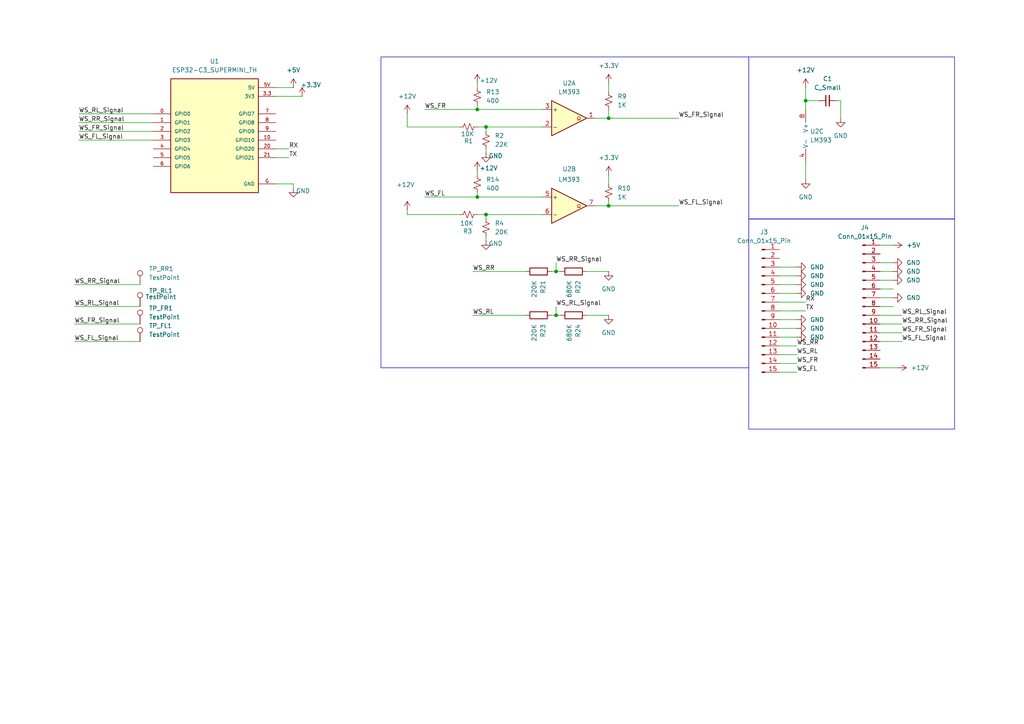
<source format=kicad_sch>
(kicad_sch (version 20250114) (generator "eeschema") (generator_version "9.0")
  (paper "A4")
  (lib_symbols
    (symbol "Comparator:LM393" (pin_names (offset 0.127))
      (property "Reference" "U" (at 3.81 3.81 0))
      (property "Value" "LM393" (at 6.35 -3.81 0))
      (symbol "LM393_1_1"
        (polyline (pts (xy -5.08 5.08) (xy 5.08 0) (xy -5.08 -5.08) (xy -5.08 5.08)) (stroke (width 0.254)) (fill (type background)))
        (polyline (pts (xy 3.302 -0.508) (xy 2.794 -0.508) (xy 3.302 0) (xy 2.794 0.508) (xy 2.286 0) (xy 2.794 -0.508) (xy 2.286 -0.508)) (stroke (width 0.127)))
        (pin input line (at -7.62 2.54 0) (length 2.54) (name "+") (number "3"))
        (pin input line (at -7.62 -2.54 0) (length 2.54) (name "-") (number "2"))
        (pin open_collector line (at 7.62 0 180) (length 2.54) (name "~") (number "1"))
      )
      (symbol "LM393_2_1"
        (polyline (pts (xy -5.08 5.08) (xy 5.08 0) (xy -5.08 -5.08) (xy -5.08 5.08)) (stroke (width 0.254)) (fill (type background)))
        (polyline (pts (xy 3.302 -0.508) (xy 2.794 -0.508) (xy 3.302 0) (xy 2.794 0.508) (xy 2.286 0) (xy 2.794 -0.508) (xy 2.286 -0.508)) (stroke (width 0.127)))
        (pin input line (at -7.62 2.54 0) (length 2.54) (name "+") (number "5"))
        (pin input line (at -7.62 -2.54 0) (length 2.54) (name "-") (number "6"))
        (pin open_collector line (at 7.62 0 180) (length 2.54) (name "~") (number "7"))
      )
      (symbol "LM393_3_1"
        (pin power_in line (at -2.54 7.62 270) (length 3.81) (name "V+") (number "8"))
        (pin power_in line (at -2.54 -7.62 90) (length 3.81) (name "V-") (number "4"))
      )
    )
    (symbol "Connector:Conn_01x15_Pin" (pin_names (offset 1.016) (hide yes))
      (property "Reference" "J" (at 0 20.32 0))
      (property "Value" "Conn_01x15_Pin" (at 0 -20.32 0))
      (symbol "Conn_01x15_Pin_1_1"
        (rectangle (start 0.8636 17.907) (end 0 17.653) (stroke (width 0.1524)) (fill (type outline)))
        (rectangle (start 0.8636 15.367) (end 0 15.113) (stroke (width 0.1524)) (fill (type outline)))
        (rectangle (start 0.8636 12.827) (end 0 12.573) (stroke (width 0.1524)) (fill (type outline)))
        (rectangle (start 0.8636 10.287) (end 0 10.033) (stroke (width 0.1524)) (fill (type outline)))
        (rectangle (start 0.8636 7.747) (end 0 7.493) (stroke (width 0.1524)) (fill (type outline)))
        (rectangle (start 0.8636 5.207) (end 0 4.953) (stroke (width 0.1524)) (fill (type outline)))
        (rectangle (start 0.8636 2.667) (end 0 2.413) (stroke (width 0.1524)) (fill (type outline)))
        (rectangle (start 0.8636 0.127) (end 0 -0.127) (stroke (width 0.1524)) (fill (type outline)))
        (rectangle (start 0.8636 -2.413) (end 0 -2.667) (stroke (width 0.1524)) (fill (type outline)))
        (rectangle (start 0.8636 -4.953) (end 0 -5.207) (stroke (width 0.1524)) (fill (type outline)))
        (rectangle (start 0.8636 -7.493) (end 0 -7.747) (stroke (width 0.1524)) (fill (type outline)))
        (rectangle (start 0.8636 -10.033) (end 0 -10.287) (stroke (width 0.1524)) (fill (type outline)))
        (rectangle (start 0.8636 -12.573) (end 0 -12.827) (stroke (width 0.1524)) (fill (type outline)))
        (rectangle (start 0.8636 -15.113) (end 0 -15.367) (stroke (width 0.1524)) (fill (type outline)))
        (rectangle (start 0.8636 -17.653) (end 0 -17.907) (stroke (width 0.1524)) (fill (type outline)))
        (polyline (pts (xy 1.27 17.78) (xy 0.8636 17.78)) (stroke (width 0.1524)))
        (polyline (pts (xy 1.27 15.24) (xy 0.8636 15.24)) (stroke (width 0.1524)))
        (polyline (pts (xy 1.27 12.7) (xy 0.8636 12.7)) (stroke (width 0.1524)))
        (polyline (pts (xy 1.27 10.16) (xy 0.8636 10.16)) (stroke (width 0.1524)))
        (polyline (pts (xy 1.27 7.62) (xy 0.8636 7.62)) (stroke (width 0.1524)))
        (polyline (pts (xy 1.27 5.08) (xy 0.8636 5.08)) (stroke (width 0.1524)))
        (polyline (pts (xy 1.27 2.54) (xy 0.8636 2.54)) (stroke (width 0.1524)))
        (polyline (pts (xy 1.27 0) (xy 0.8636 0)) (stroke (width 0.1524)))
        (polyline (pts (xy 1.27 -2.54) (xy 0.8636 -2.54)) (stroke (width 0.1524)))
        (polyline (pts (xy 1.27 -5.08) (xy 0.8636 -5.08)) (stroke (width 0.1524)))
        (polyline (pts (xy 1.27 -7.62) (xy 0.8636 -7.62)) (stroke (width 0.1524)))
        (polyline (pts (xy 1.27 -10.16) (xy 0.8636 -10.16)) (stroke (width 0.1524)))
        (polyline (pts (xy 1.27 -12.7) (xy 0.8636 -12.7)) (stroke (width 0.1524)))
        (polyline (pts (xy 1.27 -15.24) (xy 0.8636 -15.24)) (stroke (width 0.1524)))
        (polyline (pts (xy 1.27 -17.78) (xy 0.8636 -17.78)) (stroke (width 0.1524)))
        (pin passive line (at 5.08 17.78 180) (length 3.81) (name "Pin_1") (number "1"))
        (pin passive line (at 5.08 15.24 180) (length 3.81) (name "Pin_2") (number "2"))
        (pin passive line (at 5.08 12.7 180) (length 3.81) (name "Pin_3") (number "3"))
        (pin passive line (at 5.08 10.16 180) (length 3.81) (name "Pin_4") (number "4"))
        (pin passive line (at 5.08 7.62 180) (length 3.81) (name "Pin_5") (number "5"))
        (pin passive line (at 5.08 5.08 180) (length 3.81) (name "Pin_6") (number "6"))
        (pin passive line (at 5.08 2.54 180) (length 3.81) (name "Pin_7") (number "7"))
        (pin passive line (at 5.08 0 180) (length 3.81) (name "Pin_8") (number "8"))
        (pin passive line (at 5.08 -2.54 180) (length 3.81) (name "Pin_9") (number "9"))
        (pin passive line (at 5.08 -5.08 180) (length 3.81) (name "Pin_10") (number "10"))
        (pin passive line (at 5.08 -7.62 180) (length 3.81) (name "Pin_11") (number "11"))
        (pin passive line (at 5.08 -10.16 180) (length 3.81) (name "Pin_12") (number "12"))
        (pin passive line (at 5.08 -12.7 180) (length 3.81) (name "Pin_13") (number "13"))
        (pin passive line (at 5.08 -15.24 180) (length 3.81) (name "Pin_14") (number "14"))
        (pin passive line (at 5.08 -17.78 180) (length 3.81) (name "Pin_15") (number "15"))
      )
    )
    (symbol "Connector:TestPoint" (pin_numbers (hide yes)) (pin_names (offset 0.762) (hide yes))
      (property "Reference" "TP" (at 0 6.858 0))
      (property "Value" "TestPoint" (at 0 5.08 0))
      (symbol "TestPoint_0_1"
        (circle (center 0 3.302) (radius 0.762))
      )
      (symbol "TestPoint_1_1"
        (pin passive line (at 0 0 90) (length 2.54) (name "1") (number "1"))
      )
    )
    (symbol "Device:C_Small" (pin_numbers (hide yes)) (pin_names (offset 0.254) (hide yes))
      (property "Reference" "C" (at 0.254 1.778 0))
      (property "Value" "C_Small" (at 0.254 -2.032 0))
      (symbol "C_Small_0_1"
        (polyline (pts (xy -1.524 0.508) (xy 1.524 0.508)) (stroke (width 0.3048)))
        (polyline (pts (xy -1.524 -0.508) (xy 1.524 -0.508)) (stroke (width 0.3302)))
      )
      (symbol "C_Small_1_1"
        (pin passive line (at 0 2.54 270) (length 2.032) (name "~") (number "1"))
        (pin passive line (at 0 -2.54 90) (length 2.032) (name "~") (number "2"))
      )
    )
    (symbol "Device:R" (pin_numbers (hide yes)) (pin_names (offset 0))
      (property "Reference" "R" (at 2.032 0 90))
      (property "Value" "R" (at 0 0 90))
      (symbol "R_0_1"
        (rectangle (start -1.016 -2.54) (end 1.016 2.54) (stroke (width 0.254)))
      )
      (symbol "R_1_1"
        (pin passive line (at 0 3.81 270) (length 1.27) (name "~") (number "1"))
        (pin passive line (at 0 -3.81 90) (length 1.27) (name "~") (number "2"))
      )
    )
    (symbol "Device:R_Small_US" (pin_numbers (hide yes)) (pin_names (offset 0.254) (hide yes))
      (property "Reference" "R" (at 0.762 0.508 0))
      (property "Value" "R_Small_US" (at 0.762 -1.016 0))
      (symbol "R_Small_US_1_1"
        (polyline (pts (xy 0 1.524) (xy 1.016 1.143) (xy 0 0.762) (xy -1.016 0.381) (xy 0 0)))
        (polyline (pts (xy 0 0) (xy 1.016 -0.381) (xy 0 -0.762) (xy -1.016 -1.143) (xy 0 -1.524)))
        (pin passive line (at 0 2.54 270) (length 1.016) (name "~") (number "1"))
        (pin passive line (at 0 -2.54 90) (length 1.016) (name "~") (number "2"))
      )
    )
    (symbol "ESP32-C3_SUPERMINI:ESP32-C3_SUPERMINI_TH" (pin_names (offset 1.016))
      (property "Reference" "U" (at -12.7 16.002 0))
      (property "Value" "ESP32-C3_SUPERMINI_TH" (at -12.7 -20.32 0))
      (symbol "ESP32-C3_SUPERMINI_TH_0_0"
        (rectangle (start -12.7 -17.78) (end 12.7 15.24) (stroke (width 0.254)) (fill (type background)))
        (pin bidirectional line (at -17.78 5.08 0) (length 5.08) (name "GPIO0") (number "0"))
        (pin bidirectional line (at -17.78 2.54 0) (length 5.08) (name "GPIO1") (number "1"))
        (pin bidirectional line (at -17.78 0 0) (length 5.08) (name "GPIO2") (number "2"))
        (pin bidirectional line (at -17.78 -2.54 0) (length 5.08) (name "GPIO3") (number "3"))
        (pin bidirectional line (at -17.78 -5.08 0) (length 5.08) (name "GPIO4") (number "4"))
        (pin bidirectional line (at -17.78 -7.62 0) (length 5.08) (name "GPIO5") (number "5"))
        (pin bidirectional line (at -17.78 -10.16 0) (length 5.08) (name "GPIO6") (number "6"))
        (pin power_in line (at 17.78 12.7 180) (length 5.08) (name "5V") (number "5V"))
        (pin power_in line (at 17.78 10.16 180) (length 5.08) (name "3V3") (number "3.3"))
        (pin bidirectional line (at 17.78 5.08 180) (length 5.08) (name "GPIO7") (number "7"))
        (pin bidirectional line (at 17.78 2.54 180) (length 5.08) (name "GPIO8") (number "8"))
        (pin bidirectional line (at 17.78 0 180) (length 5.08) (name "GPIO9") (number "9"))
        (pin bidirectional line (at 17.78 -2.54 180) (length 5.08) (name "GPIO10") (number "10"))
        (pin bidirectional line (at 17.78 -5.08 180) (length 5.08) (name "GPIO20") (number "20"))
        (pin bidirectional line (at 17.78 -7.62 180) (length 5.08) (name "GPIO21") (number "21"))
        (pin power_in line (at 17.78 -15.24 180) (length 5.08) (name "GND") (number "G"))
      )
    )
    (symbol "power:+12V" (power) (pin_numbers (hide yes)) (pin_names (offset 0) (hide yes))
      (property "Value" "+12V" (at 0 3.556 0))
      (symbol "+12V_0_1"
        (polyline (pts (xy -0.762 1.27) (xy 0 2.54)))
        (polyline (pts (xy 0 2.54) (xy 0.762 1.27)))
        (polyline (pts (xy 0 0) (xy 0 2.54)))
      )
      (symbol "+12V_1_1"
        (pin power_in line (at 0 0 90) (length 0) (name "~") (number "1"))
      )
    )
    (symbol "power:+3.3V" (power) (pin_numbers (hide yes)) (pin_names (offset 0) (hide yes))
      (property "Value" "+3.3V" (at 0 3.556 0))
      (symbol "+3.3V_0_1"
        (polyline (pts (xy -0.762 1.27) (xy 0 2.54)))
        (polyline (pts (xy 0 2.54) (xy 0.762 1.27)))
        (polyline (pts (xy 0 0) (xy 0 2.54)))
      )
      (symbol "+3.3V_1_1"
        (pin power_in line (at 0 0 90) (length 0) (name "~") (number "1"))
      )
    )
    (symbol "power:+5V" (power) (pin_numbers (hide yes)) (pin_names (offset 0) (hide yes))
      (property "Value" "+5V" (at 0 3.556 0))
      (symbol "+5V_0_1"
        (polyline (pts (xy -0.762 1.27) (xy 0 2.54)))
        (polyline (pts (xy 0 2.54) (xy 0.762 1.27)))
        (polyline (pts (xy 0 0) (xy 0 2.54)))
      )
      (symbol "+5V_1_1"
        (pin power_in line (at 0 0 90) (length 0) (name "~") (number "1"))
      )
    )
    (symbol "power:GND" (power) (pin_numbers (hide yes)) (pin_names (offset 0) (hide yes))
      (property "Value" "GND" (at 0 -3.81 0))
      (symbol "GND_0_1"
        (polyline (pts (xy 0 0) (xy 0 -1.27) (xy 1.27 -1.27) (xy 0 -2.54) (xy -1.27 -1.27) (xy 0 -1.27)))
      )
      (symbol "GND_1_1"
        (pin power_in line (at 0 0 270) (length 0) (name "~") (number "1"))
      )
    )
  )
  (rectangle (start 110.49 16.51) (end 217.17 106.68))
  (rectangle (start 217.17 63.5) (end 276.86 124.46))
  (rectangle (start 217.17 16.51) (end 276.86 63.5))
  (junction (at 176.53 34.29))
  (junction (at 140.97 36.83))
  (junction (at 140.97 62.23))
  (junction (at 233.68 29.21))
  (junction (at 138.43 57.15))
  (junction (at 161.29 91.44))
  (junction (at 176.53 59.69))
  (junction (at 138.43 31.75))
  (junction (at 161.29 78.74))
  (wire (pts (xy 138.43 24.13) (xy 138.43 25.4)))
  (wire (pts (xy 22.86 33.02) (xy 44.45 33.02)))
  (wire (pts (xy 140.97 62.23) (xy 140.97 63.5)))
  (wire (pts (xy 80.01 43.18) (xy 83.82 43.18)))
  (wire (pts (xy 255.27 86.36) (xy 259.08 86.36)))
  (wire (pts (xy 138.43 57.15) (xy 157.48 57.15)))
  (wire (pts (xy 80.01 45.72) (xy 83.82 45.72)))
  (wire (pts (xy 170.18 78.74) (xy 176.53 78.74)))
  (wire (pts (xy 255.27 88.9) (xy 259.08 88.9)))
  (wire (pts (xy 140.97 36.83) (xy 157.48 36.83)))
  (wire (pts (xy 137.16 91.44) (xy 152.4 91.44)))
  (wire (pts (xy 255.27 78.74) (xy 259.08 78.74)))
  (wire (pts (xy 233.68 29.21) (xy 233.68 31.75)))
  (wire (pts (xy 176.53 24.13) (xy 176.53 26.67)))
  (wire (pts (xy 176.53 34.29) (xy 196.85 34.29)))
  (wire (pts (xy 123.19 31.75) (xy 138.43 31.75)))
  (wire (pts (xy 118.11 62.23) (xy 133.35 62.23)))
  (wire (pts (xy 226.06 80.01) (xy 231.14 80.01)))
  (wire (pts (xy 226.06 95.25) (xy 231.14 95.25)))
  (wire (pts (xy 22.86 40.64) (xy 44.45 40.64)))
  (wire (pts (xy 226.06 107.95) (xy 231.14 107.95)))
  (wire (pts (xy 172.72 59.69) (xy 176.53 59.69)))
  (wire (pts (xy 118.11 33.02) (xy 118.11 36.83)))
  (wire (pts (xy 176.53 50.8) (xy 176.53 53.34)))
  (wire (pts (xy 138.43 31.75) (xy 157.48 31.75)))
  (wire (pts (xy 255.27 76.2) (xy 259.08 76.2)))
  (wire (pts (xy 123.19 57.15) (xy 138.43 57.15)))
  (wire (pts (xy 80.01 27.94) (xy 87.63 27.94)))
  (wire (pts (xy 138.43 30.48) (xy 138.43 31.75)))
  (wire (pts (xy 22.86 38.1) (xy 44.45 38.1)))
  (wire (pts (xy 138.43 55.88) (xy 138.43 57.15)))
  (wire (pts (xy 161.29 91.44) (xy 162.56 91.44)))
  (wire (pts (xy 255.27 93.98) (xy 261.62 93.98)))
  (wire (pts (xy 85.09 53.34) (xy 85.09 54.61)))
  (wire (pts (xy 226.06 77.47) (xy 231.14 77.47)))
  (wire (pts (xy 176.53 58.42) (xy 176.53 59.69)))
  (wire (pts (xy 161.29 78.74) (xy 162.56 78.74)))
  (wire (pts (xy 226.06 85.09) (xy 231.14 85.09)))
  (wire (pts (xy 255.27 81.28) (xy 259.08 81.28)))
  (wire (pts (xy 255.27 99.06) (xy 261.62 99.06)))
  (wire (pts (xy 226.06 97.79) (xy 231.14 97.79)))
  (wire (pts (xy 233.68 25.4) (xy 233.68 29.21)))
  (wire (pts (xy 137.16 78.74) (xy 152.4 78.74)))
  (wire (pts (xy 243.84 29.21) (xy 243.84 34.29)))
  (wire (pts (xy 170.18 91.44) (xy 176.53 91.44)))
  (wire (pts (xy 140.97 62.23) (xy 157.48 62.23)))
  (wire (pts (xy 21.59 99.06) (xy 40.64 99.06)))
  (wire (pts (xy 140.97 36.83) (xy 140.97 38.1)))
  (wire (pts (xy 140.97 44.45) (xy 140.97 43.18)))
  (wire (pts (xy 226.06 92.71) (xy 231.14 92.71)))
  (wire (pts (xy 255.27 106.68) (xy 260.35 106.68)))
  (wire (pts (xy 80.01 53.34) (xy 85.09 53.34)))
  (wire (pts (xy 138.43 49.53) (xy 138.43 50.8)))
  (wire (pts (xy 176.53 31.75) (xy 176.53 34.29)))
  (wire (pts (xy 226.06 105.41) (xy 231.14 105.41)))
  (wire (pts (xy 176.53 59.69) (xy 196.85 59.69)))
  (wire (pts (xy 138.43 36.83) (xy 140.97 36.83)))
  (wire (pts (xy 118.11 60.96) (xy 118.11 62.23)))
  (wire (pts (xy 255.27 71.12) (xy 259.08 71.12)))
  (wire (pts (xy 160.02 91.44) (xy 161.29 91.44)))
  (wire (pts (xy 226.06 90.17) (xy 233.68 90.17)))
  (wire (pts (xy 255.27 96.52) (xy 261.62 96.52)))
  (wire (pts (xy 226.06 87.63) (xy 233.68 87.63)))
  (wire (pts (xy 80.01 25.4) (xy 85.09 25.4)))
  (wire (pts (xy 161.29 88.9) (xy 161.29 91.44)))
  (wire (pts (xy 226.06 102.87) (xy 231.14 102.87)))
  (wire (pts (xy 160.02 78.74) (xy 161.29 78.74)))
  (wire (pts (xy 21.59 93.98) (xy 40.64 93.98)))
  (wire (pts (xy 138.43 62.23) (xy 140.97 62.23)))
  (wire (pts (xy 161.29 76.2) (xy 161.29 78.74)))
  (wire (pts (xy 255.27 83.82) (xy 259.08 83.82)))
  (wire (pts (xy 242.57 29.21) (xy 243.84 29.21)))
  (wire (pts (xy 21.59 82.55) (xy 40.64 82.55)))
  (wire (pts (xy 118.11 36.83) (xy 133.35 36.83)))
  (wire (pts (xy 226.06 82.55) (xy 231.14 82.55)))
  (wire (pts (xy 226.06 100.33) (xy 231.14 100.33)))
  (wire (pts (xy 22.86 35.56) (xy 44.45 35.56)))
  (wire (pts (xy 140.97 68.58) (xy 140.97 69.85)))
  (wire (pts (xy 233.68 29.21) (xy 237.49 29.21)))
  (wire (pts (xy 172.72 34.29) (xy 176.53 34.29)))
  (wire (pts (xy 255.27 91.44) (xy 261.62 91.44)))
  (wire (pts (xy 233.68 46.99) (xy 233.68 52.07)))
  (wire (pts (xy 21.59 88.9) (xy 40.64 88.9)))
  (label "WS_FL" (at 123.19 57.15 0))
  (label "WS_RR_Signal" (at 22.86 35.56 0))
  (label "WS_FR_Signal" (at 196.85 34.29 0))
  (label "WS_FR_Signal" (at 261.62 96.52 0))
  (label "TX" (at 83.82 45.72 0))
  (label "WS_RL" (at 137.16 91.44 0))
  (label "WS_FL_Signal" (at 21.59 99.06 0))
  (label "WS_RR" (at 137.16 78.74 0))
  (label "WS_RR_Signal" (at 21.59 82.55 0))
  (label "WS_FR_Signal" (at 22.86 38.1 0))
  (label "RX" (at 83.82 43.18 0))
  (label "WS_FR" (at 231.14 105.41 0))
  (label "WS_RL" (at 231.14 102.87 0))
  (label "WS_FL_Signal" (at 22.86 40.64 0))
  (label "WS_RR_Signal" (at 161.29 76.2 0))
  (label "WS_FL" (at 231.14 107.95 0))
  (label "WS_RL_Signal" (at 161.29 88.9 0))
  (label "WS_FR_Signal" (at 21.59 93.98 0))
  (label "WS_RR_Signal" (at 261.62 93.98 0))
  (label "RX" (at 233.68 87.63 0))
  (label "TX" (at 233.68 90.17 0))
  (label "WS_RR" (at 231.14 100.33 0))
  (label "WS_FR" (at 123.19 31.75 0))
  (label "WS_FL_Signal" (at 261.62 99.06 0))
  (label "WS_RL_Signal" (at 261.62 91.44 0))
  (label "WS_RL_Signal" (at 21.59 88.9 0))
  (label "WS_RL_Signal" (at 22.86 33.02 0))
  (label "WS_FL_Signal" (at 196.85 59.69 0))
  (symbol (lib_id "power:GND") (at 231.14 80.01 90) (unit 1)
    (property "Reference" "#PWR033" (effects (hide yes)))
    (property "Value" "GND" (at 234.95 80.0099 90) (effects (justify right)))
    (property "Description" "Power symbol creates a global label with name \"GND\" , ground" (effects (hide yes)))
  )
  (symbol (lib_id "Comparator:LM393") (at 165.1 34.29 0) (unit 1)
    (property "Reference" "U2" (at 165.1 24.13 0))
    (property "Value" "LM393" (at 165.1 26.67 0))
    (property "Footprint" "LM393:SO8_STM" (effects (hide yes)))
    (property "Datasheet" "http://www.ti.com/lit/ds/symlink/lm393.pdf" (effects (hide yes)))
    (property "Description" "Low-Power, Low-Offset Voltage, Dual Comparators, DIP-8/SOIC-8/TO-99-8" (effects (hide yes)))
  )
  (symbol (lib_id "power:+12V") (at 138.43 49.53 0) (unit 1)
    (property "Reference" "#PWR024" (effects (hide yes)))
    (property "Value" "+12V" (at 141.732 48.768 0))
    (property "Description" "Power symbol creates a global label with name \"+12V\"" (effects (hide yes)))
  )
  (symbol (lib_id "power:GND") (at 231.14 95.25 90) (unit 1)
    (property "Reference" "#PWR036" (effects (hide yes)))
    (property "Value" "GND" (at 234.95 95.2499 90) (effects (justify right)))
    (property "Description" "Power symbol creates a global label with name \"GND\" , ground" (effects (hide yes)))
  )
  (symbol (lib_id "Device:R_Small_US") (at 135.89 36.83 90) (unit 1)
    (property "Reference" "R1" (at 135.89 40.894 90))
    (property "Value" "10K" (at 135.636 38.862 90))
    (property "Footprint" "Resistor_SMD:R_0603_1608Metric_Pad0.98x0.95mm_HandSolder" (effects (hide yes)))
    (property "Description" "Resistor, small US symbol" (effects (hide yes)))
  )
  (symbol (lib_id "power:GND") (at 231.14 85.09 90) (unit 1)
    (property "Reference" "#PWR04" (effects (hide yes)))
    (property "Value" "GND" (at 234.95 85.0899 90) (effects (justify right)))
    (property "Description" "Power symbol creates a global label with name \"GND\" , ground" (effects (hide yes)))
  )
  (symbol (lib_id "power:GND") (at 259.08 78.74 90) (unit 1)
    (property "Reference" "#PWR043" (effects (hide yes)))
    (property "Value" "GND" (at 262.89 78.7399 90) (effects (justify right)))
    (property "Description" "Power symbol creates a global label with name \"GND\" , ground" (effects (hide yes)))
  )
  (symbol (lib_id "power:GND") (at 259.08 76.2 90) (unit 1)
    (property "Reference" "#PWR042" (effects (hide yes)))
    (property "Value" "GND" (at 262.89 76.1999 90) (effects (justify right)))
    (property "Description" "Power symbol creates a global label with name \"GND\" , ground" (effects (hide yes)))
  )
  (symbol (lib_id "power:+12V") (at 138.43 24.13 0) (unit 1)
    (property "Reference" "#PWR025" (effects (hide yes)))
    (property "Value" "+12V" (at 141.732 23.368 0))
    (property "Description" "Power symbol creates a global label with name \"+12V\"" (effects (hide yes)))
  )
  (symbol (lib_id "power:GND") (at 231.14 92.71 90) (unit 1)
    (property "Reference" "#PWR037" (effects (hide yes)))
    (property "Value" "GND" (at 234.95 92.7099 90) (effects (justify right)))
    (property "Description" "Power symbol creates a global label with name \"GND\" , ground" (effects (hide yes)))
  )
  (symbol (lib_id "Device:R_Small_US") (at 140.97 40.64 0) (unit 1)
    (property "Reference" "R2" (at 143.51 39.3699 0) (effects (justify left)))
    (property "Value" "22K" (at 143.51 41.9099 0) (effects (justify left)))
    (property "Footprint" "Resistor_SMD:R_0603_1608Metric_Pad0.98x0.95mm_HandSolder" (effects (hide yes)))
    (property "Description" "Resistor, small US symbol" (effects (hide yes)))
  )
  (symbol (lib_id "Connector:TestPoint") (at 40.64 82.55 0) (unit 1)
    (property "Reference" "TP_RR1" (at 43.18 77.9779 0) (effects (justify left)))
    (property "Value" "TestPoint" (at 43.18 80.5179 0) (effects (justify left)))
    (property "Footprint" "TestPoint:TestPoint_Bridge_Pitch2.54mm_Drill0.7mm" (effects (hide yes)))
    (property "Description" "test point" (effects (hide yes)))
  )
  (symbol (lib_id "power:GND") (at 140.97 69.85 0) (unit 1)
    (property "Reference" "#PWR03" (effects (hide yes)))
    (property "Value" "GND" (at 143.764 70.612 0))
    (property "Description" "Power symbol creates a global label with name \"GND\" , ground" (effects (hide yes)))
  )
  (symbol (lib_id "Connector:TestPoint") (at 40.64 93.98 0) (unit 1)
    (property "Reference" "TP_FR1" (at 43.18 89.4079 0) (effects (justify left)))
    (property "Value" "TestPoint" (at 43.18 91.9479 0) (effects (justify left)))
    (property "Footprint" "TestPoint:TestPoint_Bridge_Pitch2.54mm_Drill0.7mm" (effects (hide yes)))
    (property "Description" "test point" (effects (hide yes)))
  )
  (symbol (lib_id "Device:R_Small_US") (at 176.53 29.21 0) (unit 1)
    (property "Reference" "R9" (at 179.07 27.9399 0) (effects (justify left)))
    (property "Value" "1K" (at 179.07 30.4799 0) (effects (justify left)))
    (property "Footprint" "Resistor_SMD:R_0603_1608Metric_Pad0.98x0.95mm_HandSolder" (effects (hide yes)))
    (property "Description" "Resistor, small US symbol" (effects (hide yes)))
  )
  (symbol (lib_id "power:+12V") (at 118.11 60.96 0) (unit 1)
    (property "Reference" "#PWR02" (effects (hide yes)))
    (property "Value" "+12V" (at 117.602 53.594 0))
    (property "Description" "Power symbol creates a global label with name \"+12V\"" (effects (hide yes)))
  )
  (symbol (lib_id "power:GND") (at 176.53 91.44 0) (unit 1)
    (property "Reference" "#PWR041" (effects (hide yes)))
    (property "Value" "GND" (at 176.53 96.52 0))
    (property "Description" "Power symbol creates a global label with name \"GND\" , ground" (effects (hide yes)))
  )
  (symbol (lib_id "power:GND") (at 233.68 52.07 0) (unit 1)
    (property "Reference" "#PWR011" (effects (hide yes)))
    (property "Value" "GND" (at 233.68 57.15 0))
    (property "Description" "Power symbol creates a global label with name \"GND\" , ground" (effects (hide yes)))
  )
  (symbol (lib_id "power:+12V") (at 260.35 106.68 270) (unit 1)
    (property "Reference" "#PWR06" (effects (hide yes)))
    (property "Value" "+12V" (at 264.16 106.6799 90) (effects (justify left)))
    (property "Description" "Power symbol creates a global label with name \"+12V\"" (effects (hide yes)))
  )
  (symbol (lib_id "power:+3.3V") (at 87.63 27.94 0) (unit 1)
    (property "Reference" "#PWR014" (effects (hide yes)))
    (property "Value" "+3.3V" (at 90.17 24.638 0))
    (property "Description" "Power symbol creates a global label with name \"+3.3V\"" (effects (hide yes)))
  )
  (symbol (lib_id "Device:C_Small") (at 240.03 29.21 90) (unit 1)
    (property "Reference" "C1" (at 240.0363 22.86 90))
    (property "Value" "C_Small" (at 240.0363 25.4 90))
    (property "Footprint" "Capacitor_SMD:C_0603_1608Metric_Pad1.08x0.95mm_HandSolder" (effects (hide yes)))
    (property "Description" "Unpolarized capacitor, small symbol" (effects (hide yes)))
  )
  (symbol (lib_id "power:+3.3V") (at 176.53 50.8 0) (unit 1)
    (property "Reference" "#PWR015" (effects (hide yes)))
    (property "Value" "+3.3V" (at 176.53 45.72 0))
    (property "Description" "Power symbol creates a global label with name \"+3.3V\"" (effects (hide yes)))
  )
  (symbol (lib_id "ESP32-C3_SUPERMINI:ESP32-C3_SUPERMINI_TH") (at 62.23 38.1 0) (unit 1)
    (property "Reference" "U1" (at 62.23 17.78 0))
    (property "Value" "ESP32-C3_SUPERMINI_TH" (at 62.23 20.32 0))
    (property "Footprint" "ESP32 SUpermini SMD:MODULE_ESP32-C3_SUPERMINI" (effects (hide yes)))
    (property "MF" "Espressif Systems" (effects (hide yes)))
    (property "MAXIMUM_PACKAGE_HEIGHT" "4.2mm" (effects (hide yes)))
    (property "Package" "Package" (effects (hide yes)))
    (property "Price" "None" (effects (hide yes)))
    (property "Check_prices" "https://www.snapeda.com/parts/ESP32-C3%20SuperMini_TH/Espressif+Systems/view-part/?ref=eda" (effects (hide yes)))
    (property "STANDARD" "Manufacturer Recommendations" (effects (hide yes)))
    (property "SnapEDA_Link" "https://www.snapeda.com/parts/ESP32-C3%20SuperMini_TH/Espressif+Systems/view-part/?ref=snap" (effects (hide yes)))
    (property "MP" "ESP32-C3 SuperMini_TH" (effects (hide yes)))
    (property "Description_1" "Super tiny ESP32-C3 board" (effects (hide yes)))
    (property "Availability" "Not in stock" (effects (hide yes)))
    (property "MANUFACTURER" "Espressif" (effects (hide yes)))
  )
  (symbol (lib_id "Device:R") (at 166.37 78.74 270) (unit 1)
    (property "Reference" "R22" (at 167.6401 81.28 0) (effects (justify left)))
    (property "Value" "680K" (at 165.1001 81.28 0) (effects (justify left)))
    (property "Footprint" "Resistor_SMD:R_0603_1608Metric_Pad0.98x0.95mm_HandSolder" (effects (hide yes)))
    (property "Description" "Resistor" (effects (hide yes)))
  )
  (symbol (lib_id "Device:R") (at 156.21 78.74 270) (unit 1)
    (property "Reference" "R21" (at 157.4801 81.28 0) (effects (justify left)))
    (property "Value" "220K" (at 154.9401 81.28 0) (effects (justify left)))
    (property "Footprint" "Resistor_SMD:R_0603_1608Metric_Pad0.98x0.95mm_HandSolder" (effects (hide yes)))
    (property "Description" "Resistor" (effects (hide yes)))
  )
  (symbol (lib_id "Connector:TestPoint") (at 40.64 88.9 0) (unit 1)
    (property "Reference" "TP_RL1" (at 43.18 84.3279 0) (effects (justify left)))
    (property "Value" "TestPoint" (at 42.164 86.106 0) (effects (justify left)))
    (property "Footprint" "TestPoint:TestPoint_Bridge_Pitch2.54mm_Drill0.7mm" (effects (hide yes)))
    (property "Description" "test point" (effects (hide yes)))
  )
  (symbol (lib_id "Device:R") (at 156.21 91.44 270) (unit 1)
    (property "Reference" "R23" (at 157.4801 93.98 0) (effects (justify left)))
    (property "Value" "220K" (at 154.9401 93.98 0) (effects (justify left)))
    (property "Footprint" "Resistor_SMD:R_0603_1608Metric_Pad0.98x0.95mm_HandSolder" (effects (hide yes)))
    (property "Description" "Resistor" (effects (hide yes)))
  )
  (symbol (lib_id "power:+12V") (at 118.11 33.02 0) (unit 1)
    (property "Reference" "#PWR01" (effects (hide yes)))
    (property "Value" "+12V" (at 118.11 27.94 0))
    (property "Description" "Power symbol creates a global label with name \"+12V\"" (effects (hide yes)))
  )
  (symbol (lib_id "power:+5V") (at 259.08 71.12 270) (unit 1)
    (property "Reference" "#PWR026" (effects (hide yes)))
    (property "Value" "+5V" (at 262.89 71.1199 90) (effects (justify left)))
    (property "Description" "Power symbol creates a global label with name \"+5V\"" (effects (hide yes)))
  )
  (symbol (lib_id "Connector:Conn_01x15_Pin") (at 220.98 90.17 0) (unit 1)
    (property "Reference" "J3" (at 221.615 67.31 0))
    (property "Value" "Conn_01x15_Pin" (at 221.615 69.85 0))
    (property "Footprint" "Connector_PinHeader_2.54mm:PinHeader_1x15_P2.54mm_Vertical" (effects (hide yes)))
    (property "Description" "Generic connector, single row, 01x15, script generated" (effects (hide yes)))
  )
  (symbol (lib_id "power:GND") (at 259.08 86.36 90) (unit 1)
    (property "Reference" "#PWR031" (effects (hide yes)))
    (property "Value" "GND" (at 262.89 86.3599 90) (effects (justify right)))
    (property "Description" "Power symbol creates a global label with name \"GND\" , ground" (effects (hide yes)))
  )
  (symbol (lib_id "Connector:TestPoint") (at 40.64 99.06 0) (unit 1)
    (property "Reference" "TP_FL1" (at 43.18 94.4879 0) (effects (justify left)))
    (property "Value" "TestPoint" (at 43.18 97.0279 0) (effects (justify left)))
    (property "Footprint" "TestPoint:TestPoint_Bridge_Pitch2.54mm_Drill0.7mm" (effects (hide yes)))
    (property "Description" "test point" (effects (hide yes)))
  )
  (symbol (lib_id "power:+12V") (at 233.68 25.4 0) (unit 1)
    (property "Reference" "#PWR09" (effects (hide yes)))
    (property "Value" "+12V" (at 233.68 20.32 0))
    (property "Description" "Power symbol creates a global label with name \"+12V\"" (effects (hide yes)))
  )
  (symbol (lib_id "Device:R_Small_US") (at 135.89 62.23 90) (unit 1)
    (property "Reference" "R3" (at 135.636 67.056 90))
    (property "Value" "10K" (at 135.382 64.77 90))
    (property "Footprint" "Resistor_SMD:R_0603_1608Metric_Pad0.98x0.95mm_HandSolder" (effects (hide yes)))
    (property "Description" "Resistor, small US symbol" (effects (hide yes)))
  )
  (symbol (lib_id "power:+3.3V") (at 176.53 24.13 0) (unit 1)
    (property "Reference" "#PWR016" (effects (hide yes)))
    (property "Value" "+3.3V" (at 176.53 19.05 0))
    (property "Description" "Power symbol creates a global label with name \"+3.3V\"" (effects (hide yes)))
  )
  (symbol (lib_id "power:GND") (at 243.84 34.29 0) (unit 1)
    (property "Reference" "#PWR020" (effects (hide yes)))
    (property "Value" "GND" (at 243.84 39.37 0))
    (property "Description" "Power symbol creates a global label with name \"GND\" , ground" (effects (hide yes)))
  )
  (symbol (lib_id "power:GND") (at 231.14 82.55 90) (unit 1)
    (property "Reference" "#PWR034" (effects (hide yes)))
    (property "Value" "GND" (at 234.95 82.5499 90) (effects (justify right)))
    (property "Description" "Power symbol creates a global label with name \"GND\" , ground" (effects (hide yes)))
  )
  (symbol (lib_id "Device:R_Small_US") (at 138.43 53.34 0) (unit 1)
    (property "Reference" "R14" (at 140.97 52.0699 0) (effects (justify left)))
    (property "Value" "400" (at 140.97 54.6099 0) (effects (justify left)))
    (property "Footprint" "Resistor_SMD:R_0603_1608Metric_Pad0.98x0.95mm_HandSolder" (effects (hide yes)))
    (property "Description" "Resistor, small US symbol" (effects (hide yes)))
  )
  (symbol (lib_id "Device:R_Small_US") (at 138.43 27.94 0) (unit 1)
    (property "Reference" "R13" (at 140.97 26.6699 0) (effects (justify left)))
    (property "Value" "400" (at 140.97 29.2099 0) (effects (justify left)))
    (property "Footprint" "Resistor_SMD:R_0603_1608Metric_Pad0.98x0.95mm_HandSolder" (effects (hide yes)))
    (property "Description" "Resistor, small US symbol" (effects (hide yes)))
  )
  (symbol (lib_id "Device:R") (at 166.37 91.44 270) (unit 1)
    (property "Reference" "R24" (at 167.6401 93.98 0) (effects (justify left)))
    (property "Value" "680K" (at 165.1001 93.98 0) (effects (justify left)))
    (property "Footprint" "Resistor_SMD:R_0603_1608Metric_Pad0.98x0.95mm_HandSolder" (effects (hide yes)))
    (property "Description" "Resistor" (effects (hide yes)))
  )
  (symbol (lib_id "power:GND") (at 231.14 97.79 90) (unit 1)
    (property "Reference" "#PWR035" (effects (hide yes)))
    (property "Value" "GND" (at 234.95 97.7899 90) (effects (justify right)))
    (property "Description" "Power symbol creates a global label with name \"GND\" , ground" (effects (hide yes)))
  )
  (symbol (lib_id "Device:R_Small_US") (at 176.53 55.88 0) (unit 1)
    (property "Reference" "R10" (at 179.07 54.6099 0) (effects (justify left)))
    (property "Value" "1K" (at 179.07 57.1499 0) (effects (justify left)))
    (property "Footprint" "Resistor_SMD:R_0603_1608Metric_Pad0.98x0.95mm_HandSolder" (effects (hide yes)))
    (property "Description" "Resistor, small US symbol" (effects (hide yes)))
  )
  (symbol (lib_id "power:+5V") (at 85.09 25.4 0) (unit 1)
    (property "Reference" "#PWR013" (effects (hide yes)))
    (property "Value" "+5V" (at 85.09 20.32 0))
    (property "Description" "Power symbol creates a global label with name \"+5V\"" (effects (hide yes)))
  )
  (symbol (lib_id "power:GND") (at 85.09 54.61 0) (unit 1)
    (property "Reference" "#PWR019" (effects (hide yes)))
    (property "Value" "GND" (at 87.884 55.372 0))
    (property "Description" "Power symbol creates a global label with name \"GND\" , ground" (effects (hide yes)))
  )
  (symbol (lib_id "power:GND") (at 259.08 81.28 90) (unit 1)
    (property "Reference" "#PWR032" (effects (hide yes)))
    (property "Value" "GND" (at 262.89 81.2799 90) (effects (justify right)))
    (property "Description" "Power symbol creates a global label with name \"GND\" , ground" (effects (hide yes)))
  )
  (symbol (lib_id "Comparator:LM393") (at 165.1 59.69 0) (unit 2)
    (property "Reference" "U2" (at 165.1 49.022 0))
    (property "Value" "LM393" (at 165.1 52.07 0))
    (property "Footprint" "LM393:SO8_STM" (effects (hide yes)))
    (property "Datasheet" "http://www.ti.com/lit/ds/symlink/lm393.pdf" (effects (hide yes)))
    (property "Description" "Low-Power, Low-Offset Voltage, Dual Comparators, DIP-8/SOIC-8/TO-99-8" (effects (hide yes)))
  )
  (symbol (lib_id "Comparator:LM393") (at 236.22 39.37 0) (unit 3)
    (property "Reference" "U2" (at 234.95 38.0999 0) (effects (justify left)))
    (property "Value" "LM393" (at 234.95 40.6399 0) (effects (justify left)))
    (property "Footprint" "LM393:SO8_STM" (effects (hide yes)))
    (property "Datasheet" "http://www.ti.com/lit/ds/symlink/lm393.pdf" (effects (hide yes)))
    (property "Description" "Low-Power, Low-Offset Voltage, Dual Comparators, DIP-8/SOIC-8/TO-99-8" (effects (hide yes)))
  )
  (symbol (lib_id "power:GND") (at 231.14 77.47 90) (unit 1)
    (property "Reference" "#PWR027" (effects (hide yes)))
    (property "Value" "GND" (at 234.95 77.4699 90) (effects (justify right)))
    (property "Description" "Power symbol creates a global label with name \"GND\" , ground" (effects (hide yes)))
  )
  (symbol (lib_id "Connector:Conn_01x15_Pin") (at 250.19 88.9 0) (unit 1)
    (property "Reference" "J4" (at 250.825 66.04 0))
    (property "Value" "Conn_01x15_Pin" (at 250.825 68.58 0))
    (property "Footprint" "Connector_PinHeader_2.54mm:PinHeader_1x15_P2.54mm_Vertical" (effects (hide yes)))
    (property "Description" "Generic connector, single row, 01x15, script generated" (effects (hide yes)))
  )
  (symbol (lib_id "power:GND") (at 176.53 78.74 0) (unit 1)
    (property "Reference" "#PWR040" (effects (hide yes)))
    (property "Value" "GND" (at 176.53 83.82 0))
    (property "Description" "Power symbol creates a global label with name \"GND\" , ground" (effects (hide yes)))
  )
  (symbol (lib_id "Device:R_Small_US") (at 140.97 66.04 0) (unit 1)
    (property "Reference" "R4" (at 143.51 64.7699 0) (effects (justify left)))
    (property "Value" "20K" (at 143.51 67.3099 0) (effects (justify left)))
    (property "Footprint" "Resistor_SMD:R_0603_1608Metric_Pad0.98x0.95mm_HandSolder" (effects (hide yes)))
    (property "Description" "Resistor, small US symbol" (effects (hide yes)))
  )
  (symbol (lib_id "power:GND") (at 140.97 44.45 0) (unit 1)
    (property "Reference" "#PWR05" (effects (hide yes)))
    (property "Value" "GND" (at 143.764 45.212 0))
    (property "Description" "Power symbol creates a global label with name \"GND\" , ground" (effects (hide yes)))
  )
)
</source>
